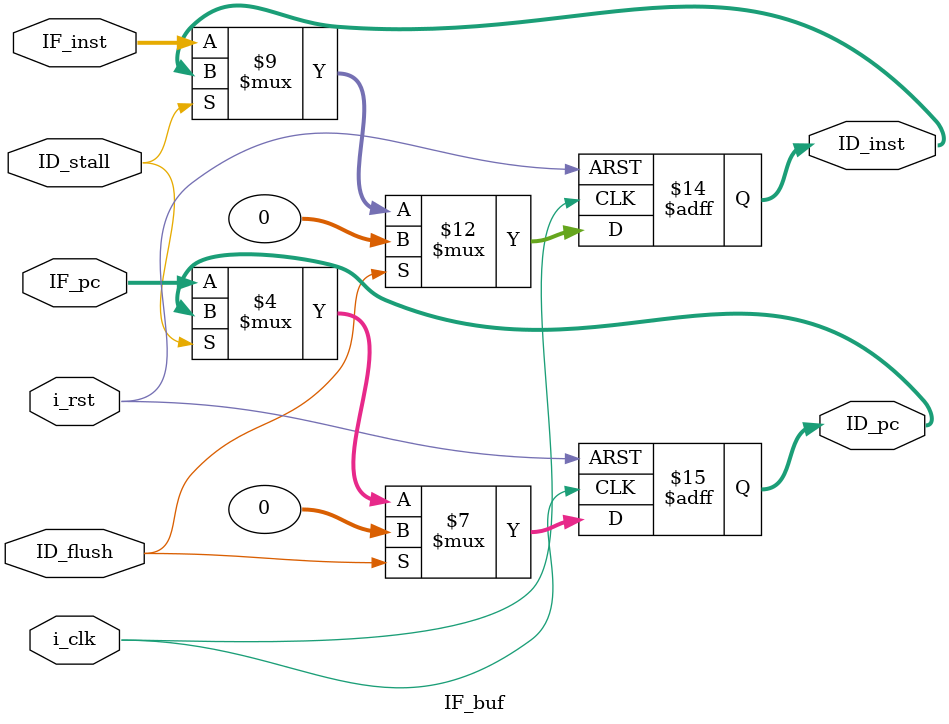
<source format=sv>
module IF_buf #(parameter WIDTH = 32)
(
    input wire i_rst, i_clk,
    // input logic set,  
    input wire ID_stall, ID_flush,
    input wire [WIDTH-1:0] IF_inst, IF_pc,
    output reg [WIDTH-1:0] ID_inst,
    output reg [WIDTH-1:0] ID_pc
);
	wire flush;
	assign flush = i_rst | ID_flush;

    /*register_nor #(.WIDTH(32)) inst_delay (
                .clk(i_clk),
                .rst(flush),
                .en(~ID_stall),
                .D(IF_inst),
                .Q(ID_inst)
            );
    register_nor #(.WIDTH(32)) pc_delay (
                .clk(i_clk),
                .rst(flush),
                .en(~ID_stall),
                .D(IF_pc),
                .Q(ID_pc)
            );*/
	always @(posedge i_clk or posedge i_rst) begin
    if (i_rst) begin
        ID_pc   <= 32'b0;
        ID_inst <= 32'b0;
    end else if (ID_flush) begin
        ID_pc   <= 32'b0;
        ID_inst <= 32'b0;
    end else if (~ID_stall) begin
        ID_pc   <= IF_pc;
        ID_inst <= IF_inst;
    end
end


endmodule


</source>
